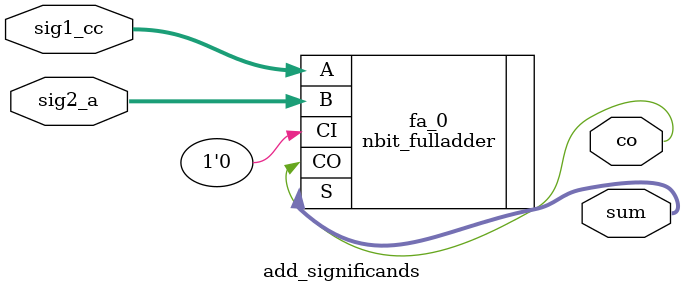
<source format=sv>
parameter SIG_BITS = 23;
parameter EXP_BITS = 8;
module add_significands (
    sig1_cc, sig2_a, co, sum
);

input [SIG_BITS+3:0] sig1_cc, sig2_a;
output logic co;
output logic [SIG_BITS+3:0] sum;

nbit_fulladder #(SIG_BITS+4) fa_0 (
    .S(sum), 
    .CO(co), 
    .A(sig1_cc), 
    .B(sig2_a), 
    .CI(1'b0)
);

endmodule
</source>
